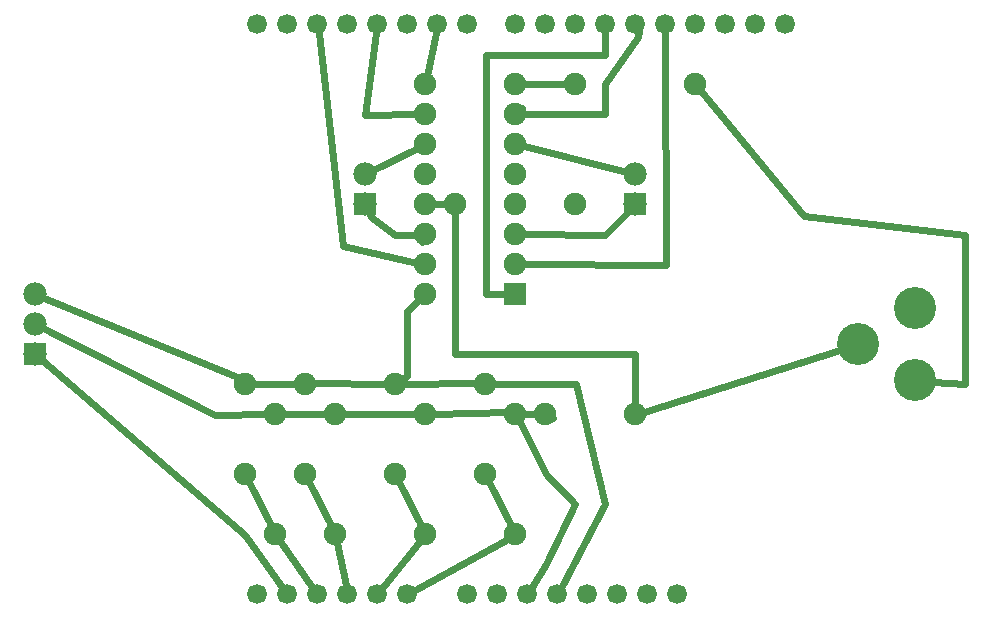
<source format=gtl>
G04 MADE WITH FRITZING*
G04 WWW.FRITZING.ORG*
G04 DOUBLE SIDED*
G04 HOLES PLATED*
G04 CONTOUR ON CENTER OF CONTOUR VECTOR*
%ASAXBY*%
%FSLAX23Y23*%
%MOIN*%
%OFA0B0*%
%SFA1.0B1.0*%
%ADD10C,0.140000*%
%ADD11C,0.075000*%
%ADD12C,0.078000*%
%ADD13C,0.066195*%
%ADD14C,0.066222*%
%ADD15C,0.052306*%
%ADD16C,0.052333*%
%ADD17R,0.075000X0.075000*%
%ADD18R,0.078000X0.078000*%
%ADD19C,0.024000*%
%LNCOPPER1*%
G90*
G70*
G54D10*
X2976Y947D03*
X2976Y1187D03*
X2786Y1067D03*
G54D11*
X1644Y1233D03*
X1344Y1233D03*
X1644Y1333D03*
X1344Y1333D03*
X1644Y1433D03*
X1344Y1433D03*
X1644Y1533D03*
X1344Y1533D03*
X1644Y1633D03*
X1344Y1633D03*
X1644Y1733D03*
X1344Y1733D03*
X1644Y1833D03*
X1344Y1833D03*
X1644Y1933D03*
X1344Y1933D03*
X1044Y833D03*
X1044Y433D03*
X1344Y833D03*
X1344Y433D03*
X1644Y833D03*
X1644Y433D03*
X844Y833D03*
X844Y433D03*
X744Y933D03*
X744Y633D03*
X1244Y933D03*
X1244Y633D03*
X1544Y933D03*
X1544Y633D03*
X944Y933D03*
X944Y633D03*
G54D12*
X1144Y1533D03*
X1144Y1633D03*
X2044Y1533D03*
X2044Y1633D03*
X44Y1033D03*
X44Y1133D03*
X44Y1233D03*
G54D11*
X1844Y1933D03*
X2244Y1933D03*
X1744Y833D03*
X2044Y833D03*
X1444Y1533D03*
X1844Y1533D03*
G54D13*
X1184Y233D03*
X1084Y233D03*
X984Y233D03*
X884Y233D03*
X784Y233D03*
G54D14*
X1644Y2133D03*
X1744Y2133D03*
X1844Y2133D03*
X1944Y2133D03*
X2044Y2133D03*
X2144Y2133D03*
X2244Y2133D03*
X2344Y2133D03*
X2444Y2133D03*
X2544Y2133D03*
X784Y2133D03*
X884Y2133D03*
X984Y2133D03*
X1084Y2133D03*
X1184Y2133D03*
X1284Y2133D03*
X1384Y2133D03*
X1484Y2133D03*
G54D13*
X2084Y233D03*
X2184Y233D03*
X1984Y233D03*
X1884Y233D03*
X1784Y233D03*
X1684Y233D03*
X1584Y233D03*
X1484Y233D03*
X1284Y233D03*
G54D15*
X1184Y233D03*
X1084Y233D03*
X984Y233D03*
X884Y233D03*
X784Y233D03*
G54D16*
X1644Y2133D03*
X1744Y2133D03*
X1844Y2133D03*
X1944Y2133D03*
X2044Y2133D03*
X2144Y2133D03*
X2244Y2133D03*
X2344Y2133D03*
X2444Y2133D03*
X2544Y2133D03*
X784Y2133D03*
X884Y2133D03*
X984Y2133D03*
X1084Y2133D03*
X1184Y2133D03*
X1284Y2133D03*
X1384Y2133D03*
X1484Y2133D03*
G54D15*
X2084Y233D03*
X2184Y233D03*
X1984Y233D03*
X1884Y233D03*
X1784Y233D03*
X1684Y233D03*
X1584Y233D03*
X1484Y233D03*
X1284Y233D03*
G54D17*
X1644Y1233D03*
G54D18*
X1144Y1533D03*
X2044Y1533D03*
X44Y1033D03*
G54D19*
X3142Y1432D02*
X2606Y1495D01*
D02*
X2606Y1495D02*
X2263Y1911D01*
D02*
X3142Y933D02*
X3142Y1432D01*
D02*
X3037Y942D02*
X3142Y933D01*
D02*
X2144Y2103D02*
X2145Y1331D01*
D02*
X2145Y1331D02*
X1673Y1333D01*
D02*
X1545Y1235D02*
X1616Y1234D01*
D02*
X1545Y2031D02*
X1545Y1235D01*
D02*
X1943Y2031D02*
X1545Y2031D01*
D02*
X1944Y2103D02*
X1943Y2031D01*
D02*
X1843Y1935D02*
X1824Y1953D01*
D02*
X1673Y1934D02*
X1843Y1935D01*
D02*
X1943Y1834D02*
X1943Y1935D01*
D02*
X1943Y1935D02*
X2052Y2090D01*
D02*
X1646Y1834D02*
X1943Y1834D01*
D02*
X2052Y2090D02*
X2052Y2114D01*
D02*
X1666Y1853D02*
X1646Y1834D01*
D02*
X2052Y2114D02*
X2056Y2105D01*
D02*
X1943Y1432D02*
X2023Y1512D01*
D02*
X1673Y1433D02*
X1943Y1432D01*
D02*
X2015Y1641D02*
X1672Y1726D01*
D02*
X1378Y2104D02*
X1350Y1961D01*
D02*
X1143Y1832D02*
X1316Y1833D01*
D02*
X1180Y2103D02*
X1143Y1832D01*
D02*
X1317Y1339D02*
X1068Y1394D01*
X1068Y1394D02*
X988Y2103D01*
D02*
X1319Y1721D02*
X1171Y1647D01*
D02*
X1243Y1432D02*
X1164Y1490D01*
X1164Y1490D02*
X1157Y1506D01*
D02*
X1344Y1432D02*
X1243Y1432D01*
D02*
X1332Y1408D02*
X1344Y1432D01*
D02*
X1444Y1034D02*
X2044Y1034D01*
D02*
X2044Y1034D02*
X2044Y862D01*
D02*
X1444Y1533D02*
X1444Y1034D01*
D02*
X1373Y1533D02*
X1444Y1533D01*
D02*
X708Y962D02*
X722Y951D01*
D02*
X72Y1222D02*
X708Y962D01*
D02*
X44Y1134D02*
X644Y832D01*
D02*
X644Y832D02*
X816Y833D01*
D02*
X31Y1160D02*
X44Y1134D01*
D02*
X1845Y933D02*
X1573Y933D01*
D02*
X1943Y535D02*
X1845Y933D01*
D02*
X1799Y260D02*
X1943Y535D01*
D02*
X1746Y635D02*
X1658Y808D01*
D02*
X1843Y535D02*
X1746Y635D01*
D02*
X1746Y333D02*
X1843Y535D01*
D02*
X1700Y259D02*
X1746Y333D01*
D02*
X1619Y419D02*
X1311Y248D01*
D02*
X1557Y608D02*
X1632Y459D01*
D02*
X1332Y459D02*
X1257Y608D01*
D02*
X1203Y257D02*
X1327Y411D01*
D02*
X957Y608D02*
X1032Y459D01*
D02*
X1050Y405D02*
X1079Y263D01*
D02*
X832Y459D02*
X757Y608D01*
D02*
X967Y258D02*
X861Y410D01*
D02*
X867Y258D02*
X743Y432D01*
D02*
X743Y432D02*
X67Y1014D01*
D02*
X1323Y1214D02*
X1284Y1178D01*
X1284Y1178D02*
X1284Y962D01*
X1284Y962D02*
X1268Y950D01*
D02*
X1273Y934D02*
X1500Y938D01*
X1500Y938D02*
X1516Y936D01*
D02*
X973Y938D02*
X972Y938D01*
X972Y938D02*
X1216Y934D01*
D02*
X773Y933D02*
X916Y933D01*
D02*
X1316Y833D02*
X1073Y833D01*
D02*
X1620Y842D02*
X1373Y834D01*
D02*
X1618Y843D02*
X1620Y842D01*
D02*
X1770Y820D02*
X1746Y832D01*
D02*
X1746Y832D02*
X1673Y833D01*
D02*
X1016Y833D02*
X873Y833D01*
D02*
X2072Y842D02*
X2727Y1049D01*
G04 End of Copper1*
M02*
</source>
